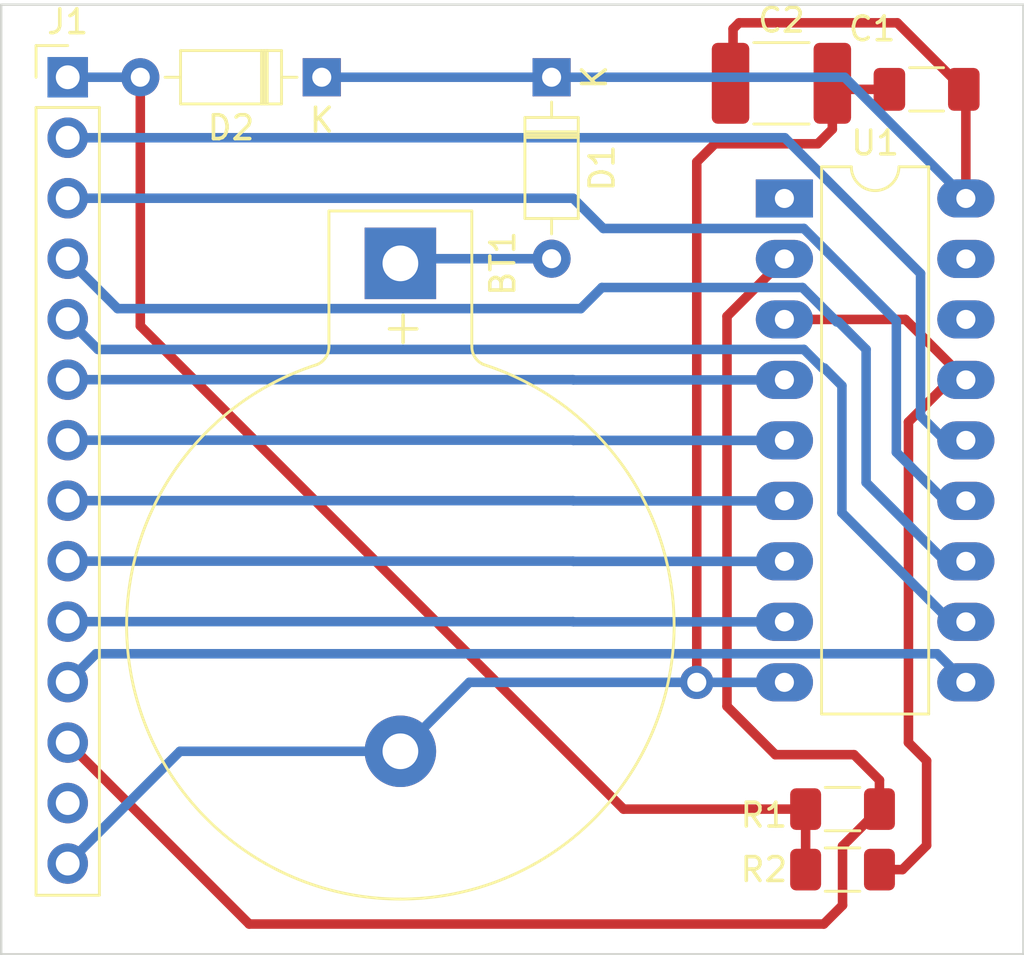
<source format=kicad_pcb>
(kicad_pcb (version 20221018) (generator pcbnew)
  (layers (0 "F.Cu" signal) (31 "B.Cu" signal) (34 "B.Paste" user) (35 "F.Paste" user) (36 "B.SilkS" user "B.Silkscreen") (37 "F.SilkS" user "F.Silkscreen") (38 "B.Mask" user) (39 "F.Mask" user) (44 "Edge.Cuts" user))
  (net 0 "")
  (net 1 "Net-(BT1-+)")
  (net 2 "GND")
  (net 3 "+5V")
  (net 4 "XD0")
  (net 5 "XD1")
  (net 6 "XD2")
  (net 7 "XD3")
  (net 8 "XA2")
  (net 9 "XA3")
  (net 10 "XA4")
  (net 11 "XA5")
  (net 12 "_XCLKRD")
  (net 13 "_XCLKWR")
  (net 14 "_XCLKCS")
  (net 16 "Net-(U1-ALE)")
  (net 20 "Net-(D1-K)")
  (footprint "Resistor_SMD:R_1206_3216Metric_Pad1.30x1.75mm_HandSolder" (layer "F.Cu") (at 120.422 85.852)
    (fp_text reference "R2" (at -3.302 0) (layer "F.SilkS"))
    (fp_text value "10k")
    (fp_line (start -0.727064 -0.91) (end 0.727064 -0.91) (stroke (width 0.12)) (layer "F.SilkS"))
    (fp_line (start -0.727064 0.91) (end 0.727064 0.91) (stroke (width 0.12)) (layer "F.SilkS"))
    (pad "1" smd roundrect (at -1.55 0) (size 1.3 1.75) (layers "F.Cu" "F.Paste" "F.Mask") (roundrect_rratio 0.1923076923) (net 3 "+5V"))
    (pad "2" smd roundrect (at 1.55 0) (size 1.3 1.75) (layers "F.Cu" "F.Paste" "F.Mask") (roundrect_rratio 0.1923076923) (net 16 "Net-(U1-ALE)"))
  )
  (footprint "Battery:BatteryHolder_Keystone_103_1x20mm" (layer "F.Cu") (at 101.854001 60.394 -90)
    (fp_text reference "BT1" (at 0 -4.3 90) (layer "F.SilkS"))
    (fp_text value "CR2032")
    (fp_text user "+" (at 2.75 0 90) (layer "F.SilkS") (effects (font (size 1.5 1.5))))
    (fp_line (start -2.2 -3) (end 3.5 -3) (stroke (width 0.12)) (layer "F.SilkS"))
    (fp_line (start -2.2 3) (end -2.2 -3) (stroke (width 0.12)) (layer "F.SilkS"))
    (fp_line (start -2.2 3) (end 3.5 3) (stroke (width 0.12)) (layer "F.SilkS"))
    (fp_arc (start 3.5 3) (mid 3.950694 3.136459) (end 4.25 3.5) (stroke (width 0.12)) (layer "F.SilkS"))
    (fp_arc (start 4.25 -3.5) (mid 3.950694 -3.136459) (end 3.5 -3) (stroke (width 0.12)) (layer "F.SilkS"))
    (fp_arc (start 4.25 -3.5) (mid 16.971103 -11.358466) (end 26.695671 0) (stroke (width 0.12)) (layer "F.SilkS"))
    (fp_arc (start 26.695671 0) (mid 16.971103 11.358466) (end 4.25 3.5) (stroke (width 0.12)) (layer "F.SilkS"))
    (pad "1" thru_hole rect (at 0 0 270) (size 3 3) (drill 1.5) (layers "*.Cu" "*.Mask") (net 1 "Net-(BT1-+)"))
    (pad "2" thru_hole circle (at 20.49 0 270) (size 3 3) (drill 1.5) (layers "*.Cu" "*.Mask") (net 2 "GND"))
  )
  (footprint "Resistor_SMD:R_1206_3216Metric_Pad1.30x1.75mm_HandSolder" (layer "F.Cu") (at 120.422 83.312)
    (fp_text reference "R1" (at -3.302 0.254) (layer "F.SilkS"))
    (fp_text value "10k")
    (fp_line (start -0.727064 -0.91) (end 0.727064 -0.91) (stroke (width 0.12)) (layer "F.SilkS"))
    (fp_line (start -0.727064 0.91) (end 0.727064 0.91) (stroke (width 0.12)) (layer "F.SilkS"))
    (pad "1" smd roundrect (at -1.55 0) (size 1.3 1.75) (layers "F.Cu" "F.Paste" "F.Mask") (roundrect_rratio 0.1923076923) (net 3 "+5V"))
    (pad "2" smd roundrect (at 1.55 0) (size 1.3 1.75) (layers "F.Cu" "F.Paste" "F.Mask") (roundrect_rratio 0.1923076923) (net 14 "_XCLKCS"))
  )
  (footprint "Capacitor_SMD:C_1206_3216Metric_Pad1.33x1.80mm_HandSolder" (layer "F.Cu") (at 123.952 53.086 180)
    (fp_text reference "C1" (at 2.286 2.54) (layer "F.SilkS"))
    (fp_text value "100n")
    (fp_line (start -0.711252 -0.91) (end 0.711252 -0.91) (stroke (width 0.12)) (layer "F.SilkS"))
    (fp_line (start -0.711252 0.91) (end 0.711252 0.91) (stroke (width 0.12)) (layer "F.SilkS"))
    (pad "1" smd roundrect (at -1.5625 0 180) (size 1.325 1.8) (layers "F.Cu" "F.Paste" "F.Mask") (roundrect_rratio 0.1886792453) (net 20 "Net-(D1-K)"))
    (pad "2" smd roundrect (at 1.5625 0 180) (size 1.325 1.8) (layers "F.Cu" "F.Paste" "F.Mask") (roundrect_rratio 0.1886792453) (net 2 "GND"))
  )
  (footprint "Diode_THT:D_DO-35_SOD27_P7.62mm_Horizontal" (layer "F.Cu") (at 98.552 52.578 180)
    (fp_text reference "D2" (at 3.81 -2.12) (layer "F.SilkS"))
    (fp_text value "D_Schottky ex. BAT43")
    (fp_text user "K" (at 0 -1.8) (layer "F.SilkS"))
    (fp_line (start 1.04 0) (end 1.69 0) (stroke (width 0.12)) (layer "F.SilkS"))
    (fp_line (start 1.69 -1.12) (end 1.69 1.12) (stroke (width 0.12)) (layer "F.SilkS"))
    (fp_line (start 1.69 1.12) (end 5.93 1.12) (stroke (width 0.12)) (layer "F.SilkS"))
    (fp_line (start 2.29 -1.12) (end 2.29 1.12) (stroke (width 0.12)) (layer "F.SilkS"))
    (fp_line (start 2.41 -1.12) (end 2.41 1.12) (stroke (width 0.12)) (layer "F.SilkS"))
    (fp_line (start 2.53 -1.12) (end 2.53 1.12) (stroke (width 0.12)) (layer "F.SilkS"))
    (fp_line (start 5.93 -1.12) (end 1.69 -1.12) (stroke (width 0.12)) (layer "F.SilkS"))
    (fp_line (start 5.93 1.12) (end 5.93 -1.12) (stroke (width 0.12)) (layer "F.SilkS"))
    (fp_line (start 6.58 0) (end 5.93 0) (stroke (width 0.12)) (layer "F.SilkS"))
    (pad "1" thru_hole rect (at 0 0 180) (size 1.6 1.6) (drill 0.8) (layers "*.Cu" "*.Mask") (net 20 "Net-(D1-K)"))
    (pad "2" thru_hole oval (at 7.62 0 180) (size 1.6 1.6) (drill 0.8) (layers "*.Cu" "*.Mask") (net 3 "+5V"))
  )
  (footprint "Capacitor_SMD:C_1812_4532Metric_Pad1.57x3.40mm_HandSolder" (layer "F.Cu") (at 117.856 52.832)
    (fp_text reference "C2" (at 0 -2.65) (layer "F.SilkS"))
    (fp_text value "10u ceramic or none")
    (fp_line (start -1.161252 -1.71) (end 1.161252 -1.71) (stroke (width 0.12)) (layer "F.SilkS"))
    (fp_line (start -1.161252 1.71) (end 1.161252 1.71) (stroke (width 0.12)) (layer "F.SilkS"))
    (pad "1" smd roundrect (at -2.1375 0) (size 1.575 3.4) (layers "F.Cu" "F.Paste" "F.Mask") (roundrect_rratio 0.15873) (net 20 "Net-(D1-K)"))
    (pad "2" smd roundrect (at 2.1375 0) (size 1.575 3.4) (layers "F.Cu" "F.Paste" "F.Mask") (roundrect_rratio 0.15873) (net 2 "GND"))
  )
  (footprint "Connector_PinHeader_2.54mm:PinHeader_1x14_P2.54mm_Vertical" (layer "F.Cu") (at 87.884 52.578)
    (fp_text reference "J1" (at 0 -2.33) (layer "F.SilkS"))
    (fp_text value "Conn_01x14" hide)
    (fp_line (start -1.33 -1.33) (end 0 -1.33) (stroke (width 0.12)) (layer "F.SilkS"))
    (fp_line (start -1.33 0) (end -1.33 -1.33) (stroke (width 0.12)) (layer "F.SilkS"))
    (fp_line (start -1.33 1.27) (end -1.33 34.35) (stroke (width 0.12)) (layer "F.SilkS"))
    (fp_line (start -1.33 1.27) (end 1.33 1.27) (stroke (width 0.12)) (layer "F.SilkS"))
    (fp_line (start -1.33 34.35) (end 1.33 34.35) (stroke (width 0.12)) (layer "F.SilkS"))
    (fp_line (start 1.33 1.27) (end 1.33 34.35) (stroke (width 0.12)) (layer "F.SilkS"))
    (pad "1" thru_hole rect (at 0 0) (size 1.7 1.7) (drill 1) (layers "*.Cu" "*.Mask") (net 3 "+5V"))
    (pad "2" thru_hole oval (at 0 2.54) (size 1.7 1.7) (drill 1) (layers "*.Cu" "*.Mask") (net 4 "XD0"))
    (pad "3" thru_hole oval (at 0 5.08) (size 1.7 1.7) (drill 1) (layers "*.Cu" "*.Mask") (net 5 "XD1"))
    (pad "4" thru_hole oval (at 0 7.62) (size 1.7 1.7) (drill 1) (layers "*.Cu" "*.Mask") (net 6 "XD2"))
    (pad "5" thru_hole oval (at 0 10.16) (size 1.7 1.7) (drill 1) (layers "*.Cu" "*.Mask") (net 7 "XD3"))
    (pad "6" thru_hole oval (at 0 12.7) (size 1.7 1.7) (drill 1) (layers "*.Cu" "*.Mask") (net 8 "XA2"))
    (pad "7" thru_hole oval (at 0 15.24) (size 1.7 1.7) (drill 1) (layers "*.Cu" "*.Mask") (net 9 "XA3"))
    (pad "8" thru_hole oval (at 0 17.78) (size 1.7 1.7) (drill 1) (layers "*.Cu" "*.Mask") (net 10 "XA4"))
    (pad "9" thru_hole oval (at 0 20.32) (size 1.7 1.7) (drill 1) (layers "*.Cu" "*.Mask") (net 11 "XA5"))
    (pad "10" thru_hole oval (at 0 22.86) (size 1.7 1.7) (drill 1) (layers "*.Cu" "*.Mask") (net 12 "_XCLKRD"))
    (pad "11" thru_hole oval (at 0 25.4) (size 1.7 1.7) (drill 1) (layers "*.Cu" "*.Mask") (net 13 "_XCLKWR"))
    (pad "12" thru_hole oval (at 0 27.94) (size 1.7 1.7) (drill 1) (layers "*.Cu" "*.Mask") (net 14 "_XCLKCS"))
    (pad "13" thru_hole oval (at 0 30.48) (size 1.7 1.7) (drill 1) (layers "*.Cu" "*.Mask"))
    (pad "14" thru_hole oval (at 0 33.02) (size 1.7 1.7) (drill 1) (layers "*.Cu" "*.Mask") (net 2 "GND"))
  )
  (footprint "Package_DIP:DIP-18_W7.62mm_LongPads" (layer "F.Cu") (at 117.9805 57.668)
    (fp_text reference "U1" (at 3.81 -2.33) (layer "F.SilkS"))
    (fp_text value "RTC62421A")
    (fp_line (start 1.56 -1.33) (end 1.56 21.65) (stroke (width 0.12)) (layer "F.SilkS"))
    (fp_line (start 1.56 21.65) (end 6.06 21.65) (stroke (width 0.12)) (layer "F.SilkS"))
    (fp_line (start 2.81 -1.33) (end 1.56 -1.33) (stroke (width 0.12)) (layer "F.SilkS"))
    (fp_line (start 6.06 -1.33) (end 4.81 -1.33) (stroke (width 0.12)) (layer "F.SilkS"))
    (fp_line (start 6.06 21.65) (end 6.06 -1.33) (stroke (width 0.12)) (layer "F.SilkS"))
    (fp_arc (start 4.81 -1.33) (mid 3.81 -0.33) (end 2.81 -1.33) (stroke (width 0.12)) (layer "F.SilkS"))
    (pad "1" thru_hole rect (at 0 0) (size 2.4 1.6) (drill 0.8) (layers "*.Cu" "*.Mask"))
    (pad "2" thru_hole oval (at 0 2.54) (size 2.4 1.6) (drill 0.8) (layers "*.Cu" "*.Mask") (net 14 "_XCLKCS"))
    (pad "3" thru_hole oval (at 0 5.08) (size 2.4 1.6) (drill 0.8) (layers "*.Cu" "*.Mask") (net 16 "Net-(U1-ALE)"))
    (pad "4" thru_hole oval (at 0 7.62) (size 2.4 1.6) (drill 0.8) (layers "*.Cu" "*.Mask") (net 8 "XA2"))
    (pad "5" thru_hole oval (at 0 10.16) (size 2.4 1.6) (drill 0.8) (layers "*.Cu" "*.Mask") (net 9 "XA3"))
    (pad "6" thru_hole oval (at 0 12.7) (size 2.4 1.6) (drill 0.8) (layers "*.Cu" "*.Mask") (net 10 "XA4"))
    (pad "7" thru_hole oval (at 0 15.24) (size 2.4 1.6) (drill 0.8) (layers "*.Cu" "*.Mask") (net 11 "XA5"))
    (pad "8" thru_hole oval (at 0 17.78) (size 2.4 1.6) (drill 0.8) (layers "*.Cu" "*.Mask") (net 12 "_XCLKRD"))
    (pad "9" thru_hole oval (at 0 20.32) (size 2.4 1.6) (drill 0.8) (layers "*.Cu" "*.Mask") (net 2 "GND"))
    (pad "10" thru_hole oval (at 7.62 20.32) (size 2.4 1.6) (drill 0.8) (layers "*.Cu" "*.Mask") (net 13 "_XCLKWR"))
    (pad "11" thru_hole oval (at 7.62 17.78) (size 2.4 1.6) (drill 0.8) (layers "*.Cu" "*.Mask") (net 7 "XD3"))
    (pad "12" thru_hole oval (at 7.62 15.24) (size 2.4 1.6) (drill 0.8) (layers "*.Cu" "*.Mask") (net 6 "XD2"))
    (pad "13" thru_hole oval (at 7.62 12.7) (size 2.4 1.6) (drill 0.8) (layers "*.Cu" "*.Mask") (net 5 "XD1"))
    (pad "14" thru_hole oval (at 7.62 10.16) (size 2.4 1.6) (drill 0.8) (layers "*.Cu" "*.Mask") (net 4 "XD0"))
    (pad "15" thru_hole oval (at 7.62 7.62) (size 2.4 1.6) (drill 0.8) (layers "*.Cu" "*.Mask") (net 16 "Net-(U1-ALE)"))
    (pad "16" thru_hole oval (at 7.62 5.08) (size 2.4 1.6) (drill 0.8) (layers "*.Cu" "*.Mask"))
    (pad "17" thru_hole oval (at 7.62 2.54) (size 2.4 1.6) (drill 0.8) (layers "*.Cu" "*.Mask"))
    (pad "18" thru_hole oval (at 7.62 0) (size 2.4 1.6) (drill 0.8) (layers "*.Cu" "*.Mask") (net 20 "Net-(D1-K)"))
  )
  (footprint "Diode_THT:D_DO-35_SOD27_P7.62mm_Horizontal" (layer "F.Cu") (at 108.204 52.578 -90)
    (fp_text reference "D1" (at 3.81 -2.12 90) (layer "F.SilkS"))
    (fp_text value "D_Schottky ex. BAT43")
    (fp_text user "K" (at 0 -1.8 90) (layer "F.SilkS"))
    (fp_line (start 1.04 0) (end 1.69 0) (stroke (width 0.12)) (layer "F.SilkS"))
    (fp_line (start 1.69 -1.12) (end 1.69 1.12) (stroke (width 0.12)) (layer "F.SilkS"))
    (fp_line (start 1.69 1.12) (end 5.93 1.12) (stroke (width 0.12)) (layer "F.SilkS"))
    (fp_line (start 2.29 -1.12) (end 2.29 1.12) (stroke (width 0.12)) (layer "F.SilkS"))
    (fp_line (start 2.41 -1.12) (end 2.41 1.12) (stroke (width 0.12)) (layer "F.SilkS"))
    (fp_line (start 2.53 -1.12) (end 2.53 1.12) (stroke (width 0.12)) (layer "F.SilkS"))
    (fp_line (start 5.93 -1.12) (end 1.69 -1.12) (stroke (width 0.12)) (layer "F.SilkS"))
    (fp_line (start 5.93 1.12) (end 5.93 -1.12) (stroke (width 0.12)) (layer "F.SilkS"))
    (fp_line (start 6.58 0) (end 5.93 0) (stroke (width 0.12)) (layer "F.SilkS"))
    (pad "1" thru_hole rect (at 0 0 270) (size 1.6 1.6) (drill 0.8) (layers "*.Cu" "*.Mask") (net 20 "Net-(D1-K)"))
    (pad "2" thru_hole oval (at 7.62 0 270) (size 1.6 1.6) (drill 0.8) (layers "*.Cu" "*.Mask") (net 1 "Net-(BT1-+)"))
  )
  (gr_line (start 85.09 89.408) (end 128.016 89.408) (stroke (width 0.1)) (layer "Edge.Cuts"))
  (gr_line (start 128.016 89.408) (end 128.016 49.53) (stroke (width 0.1)) (layer "Edge.Cuts"))
  (gr_line (start 128.016 49.53) (end 85.09 49.53) (stroke (width 0.1)) (layer "Edge.Cuts"))
  (gr_line (start 85.09 49.53) (end 85.09 89.408) (stroke (width 0.1)) (layer "Edge.Cuts"))
  (segment (start 101.658001 60.198) (end 101.854001 60.394) (width 0.4) (layer "B.Cu") (net 1))
  (segment (start 108.204 60.198) (end 102.050001 60.198) (width 0.4) (layer "B.Cu") (net 1))
  (segment (start 102.050001 60.198) (end 101.854001 60.394) (width 0.4) (layer "B.Cu") (net 1))
  (segment (start 119.91 53.086) (end 119.656 52.832) (width 0.4) (layer "F.Cu") (net 2))
  (segment (start 115.062 55.372) (end 119.38 55.372) (width 0.4) (layer "F.Cu") (net 2))
  (segment (start 114.3 77.988) (end 114.3 56.134) (width 0.4) (layer "F.Cu") (net 2))
  (segment (start 122.3895 53.086) (end 119.91 53.086) (width 0.4) (layer "F.Cu") (net 2))
  (segment (start 114.3 56.134) (end 115.062 55.372) (width 0.4) (layer "F.Cu") (net 2))
  (segment (start 119.9935 54.7585) (end 119.9935 52.832) (width 0.4) (layer "F.Cu") (net 2))
  (segment (start 119.38 55.372) (end 119.9935 54.7585) (width 0.4) (layer "F.Cu") (net 2))
  (via (at 114.3 77.988) (size 1.4) (drill 0.8) (layers "F.Cu" "B.Cu") (net 2))
  (segment (start 92.598 80.884) (end 87.884 85.598) (width 0.4) (layer "B.Cu") (net 2))
  (segment (start 114.3 77.988) (end 104.750001 77.988) (width 0.4) (layer "B.Cu") (net 2))
  (segment (start 104.750001 77.988) (end 101.854001 80.884) (width 0.4) (layer "B.Cu") (net 2))
  (segment (start 101.854001 80.884) (end 92.598 80.884) (width 0.4) (layer "B.Cu") (net 2))
  (segment (start 117.9805 77.988) (end 114.3 77.988) (width 0.4) (layer "B.Cu") (net 2))
  (segment (start 118.872 83.312) (end 118.872 85.852) (width 0.4) (layer "F.Cu") (net 3))
  (segment (start 111.226 83.312) (end 90.932 63.018) (width 0.4) (layer "F.Cu") (net 3))
  (segment (start 90.932 63.018) (end 90.932 52.578) (width 0.4) (layer "F.Cu") (net 3))
  (segment (start 118.872 83.312) (end 111.226 83.312) (width 0.4) (layer "F.Cu") (net 3))
  (segment (start 87.884 52.578) (end 90.932 52.578) (width 0.4) (layer "B.Cu") (net 3))
  (segment (start 124.724 67.828) (end 125.6005 67.828) (width 0.4) (layer "B.Cu") (net 4))
  (segment (start 87.884 55.118) (end 117.9955 55.118) (width 0.4) (layer "B.Cu") (net 4))
  (segment (start 117.9955 55.118) (end 123.698 60.8205) (width 0.4) (layer "B.Cu") (net 4))
  (segment (start 123.698 66.802) (end 124.724 67.828) (width 0.4) (layer "B.Cu") (net 4))
  (segment (start 123.698 60.8205) (end 123.698 66.802) (width 0.4) (layer "B.Cu") (net 4))
  (segment (start 122.682 68.326) (end 124.724 70.368) (width 0.4) (layer "B.Cu") (net 5))
  (segment (start 109.1055 57.658) (end 110.3755 58.928) (width 0.4) (layer "B.Cu") (net 5))
  (segment (start 118.797556 58.928) (end 122.682 62.812444) (width 0.4) (layer "B.Cu") (net 5))
  (segment (start 122.682 62.812444) (end 122.682 68.326) (width 0.4) (layer "B.Cu") (net 5))
  (segment (start 110.3755 58.928) (end 118.797556 58.928) (width 0.4) (layer "B.Cu") (net 5))
  (segment (start 87.884 57.658) (end 109.1055 57.658) (width 0.4) (layer "B.Cu") (net 5))
  (segment (start 124.724 70.368) (end 125.6005 70.368) (width 0.4) (layer "B.Cu") (net 5))
  (segment (start 118.737556 61.408) (end 120.1805 62.850944) (width 0.4) (layer "B.Cu") (net 6))
  (segment (start 120.1805 62.850944) (end 120.254944 62.850944) (width 0.4) (layer "B.Cu") (net 6))
  (segment (start 121.412 64.008) (end 121.412 69.596) (width 0.4) (layer "B.Cu") (net 6))
  (segment (start 120.254944 62.850944) (end 121.412 64.008) (width 0.4) (layer "B.Cu") (net 6))
  (segment (start 124.724 72.908) (end 125.6005 72.908) (width 0.4) (layer "B.Cu") (net 6))
  (segment (start 110.3155 61.408) (end 118.737556 61.408) (width 0.4) (layer "B.Cu") (net 6))
  (segment (start 121.412 69.596) (end 124.724 72.908) (width 0.4) (layer "B.Cu") (net 6))
  (segment (start 89.98 62.294) (end 109.4295 62.294) (width 0.4) (layer "B.Cu") (net 6))
  (segment (start 109.4295 62.294) (end 110.3155 61.408) (width 0.4) (layer "B.Cu") (net 6))
  (segment (start 87.884 60.198) (end 89.98 62.294) (width 0.4) (layer "B.Cu") (net 6))
  (segment (start 118.797556 64.008) (end 119.5805 64.790944) (width 0.4) (layer "B.Cu") (net 7))
  (segment (start 120.396 65.532) (end 120.396 70.866) (width 0.4) (layer "B.Cu") (net 7))
  (segment (start 89.154 64.008) (end 118.797556 64.008) (width 0.4) (layer "B.Cu") (net 7))
  (segment (start 119.654944 64.790944) (end 120.396 65.532) (width 0.4) (layer "B.Cu") (net 7))
  (segment (start 119.5805 64.790944) (end 119.654944 64.790944) (width 0.4) (layer "B.Cu") (net 7))
  (segment (start 124.978 75.448) (end 125.6005 75.448) (width 0.4) (layer "B.Cu") (net 7))
  (segment (start 120.396 70.866) (end 124.978 75.448) (width 0.4) (layer "B.Cu") (net 7))
  (segment (start 87.884 62.738) (end 89.154 64.008) (width 0.4) (layer "B.Cu") (net 7))
  (segment (start 87.894 65.288) (end 87.884 65.278) (width 0.4) (layer "B.Cu") (net 8))
  (segment (start 109.1055 65.278) (end 87.884 65.278) (width 0.4) (layer "B.Cu") (net 8))
  (segment (start 109.1155 65.288) (end 109.1055 65.278) (width 0.4) (layer "B.Cu") (net 8))
  (segment (start 117.9805 65.288) (end 109.1155 65.288) (width 0.4) (layer "B.Cu") (net 8))
  (segment (start 87.894 67.828) (end 87.884 67.818) (width 0.4) (layer "B.Cu") (net 9))
  (segment (start 117.9805 67.828) (end 109.1155 67.828) (width 0.4) (layer "B.Cu") (net 9))
  (segment (start 109.1055 67.818) (end 87.884 67.818) (width 0.4) (layer "B.Cu") (net 9))
  (segment (start 109.1155 67.828) (end 109.1055 67.818) (width 0.4) (layer "B.Cu") (net 9))
  (segment (start 87.894 70.368) (end 87.884 70.358) (width 0.4) (layer "B.Cu") (net 10))
  (segment (start 109.1055 70.358) (end 87.884 70.358) (width 0.4) (layer "B.Cu") (net 10))
  (segment (start 109.1155 70.368) (end 109.1055 70.358) (width 0.4) (layer "B.Cu") (net 10))
  (segment (start 117.9805 70.368) (end 109.1155 70.368) (width 0.4) (layer "B.Cu") (net 10))
  (segment (start 87.894 72.908) (end 87.884 72.898) (width 0.4) (layer "B.Cu") (net 11))
  (segment (start 117.9805 72.908) (end 109.1155 72.908) (width 0.4) (layer "B.Cu") (net 11))
  (segment (start 109.1055 72.898) (end 87.884 72.898) (width 0.4) (layer "B.Cu") (net 11))
  (segment (start 109.1155 72.908) (end 109.1055 72.898) (width 0.4) (layer "B.Cu") (net 11))
  (segment (start 117.9805 75.448) (end 109.1155 75.448) (width 0.4) (layer "B.Cu") (net 12))
  (segment (start 109.1155 75.448) (end 109.1055 75.438) (width 0.4) (layer "B.Cu") (net 12))
  (segment (start 87.894 75.448) (end 87.884 75.438) (width 0.4) (layer "B.Cu") (net 12))
  (segment (start 109.1055 75.438) (end 87.884 75.438) (width 0.4) (layer "B.Cu") (net 12))
  (segment (start 89.074 76.788) (end 87.884 77.978) (width 0.4) (layer "B.Cu") (net 13))
  (segment (start 124.4005 76.788) (end 89.074 76.788) (width 0.4) (layer "B.Cu") (net 13))
  (segment (start 125.6005 77.988) (end 124.4005 76.788) (width 0.4) (layer "B.Cu") (net 13))
  (segment (start 117.602 81.026) (end 115.57 78.994) (width 0.4) (layer "F.Cu") (net 14))
  (segment (start 87.884 80.518) (end 95.504 88.138) (width 0.4) (layer "F.Cu") (net 14))
  (segment (start 120.904 81.026) (end 117.602 81.026) (width 0.4) (layer "F.Cu") (net 14))
  (segment (start 120.422 87.35) (end 120.422 84.862) (width 0.4) (layer "F.Cu") (net 14))
  (segment (start 95.504 88.138) (end 119.634 88.138) (width 0.4) (layer "F.Cu") (net 14))
  (segment (start 121.972 82.094) (end 120.904 81.026) (width 0.4) (layer "F.Cu") (net 14))
  (segment (start 115.57 62.6185) (end 117.9805 60.208) (width 0.4) (layer "F.Cu") (net 14))
  (segment (start 121.972 83.312) (end 121.972 82.094) (width 0.4) (layer "F.Cu") (net 14))
  (segment (start 119.634 88.138) (end 120.422 87.35) (width 0.4) (layer "F.Cu") (net 14))
  (segment (start 115.57 78.994) (end 115.57 62.6185) (width 0.4) (layer "F.Cu") (net 14))
  (segment (start 120.422 84.862) (end 121.972 83.312) (width 0.4) (layer "F.Cu") (net 14))
  (segment (start 122.936 85.852) (end 123.952 84.836) (width 0.4) (layer "F.Cu") (net 16))
  (segment (start 123.952 81.28) (end 123.19 80.518) (width 0.4) (layer "F.Cu") (net 16))
  (segment (start 117.9805 62.748) (end 123.0605 62.748) (width 0.4) (layer "F.Cu") (net 16))
  (segment (start 123.952 84.836) (end 123.952 81.28) (width 0.4) (layer "F.Cu") (net 16))
  (segment (start 123.19 80.518) (end 123.19 67.056) (width 0.4) (layer "F.Cu") (net 16))
  (segment (start 121.972 85.852) (end 122.936 85.852) (width 0.4) (layer "F.Cu") (net 16))
  (segment (start 123.0605 62.748) (end 125.6005 65.288) (width 0.4) (layer "F.Cu") (net 16))
  (segment (start 124.958 65.288) (end 125.6005 65.288) (width 0.4) (layer "F.Cu") (net 16))
  (segment (start 123.19 67.056) (end 124.958 65.288) (width 0.4) (layer "F.Cu") (net 16))
  (segment (start 115.824 52.7265) (end 115.7185 52.832) (width 0.4) (layer "F.Cu") (net 20))
  (segment (start 122.7205 50.292) (end 116.078 50.292) (width 0.4) (layer "F.Cu") (net 20))
  (segment (start 115.824 50.546) (end 115.824 52.7265) (width 0.4) (layer "F.Cu") (net 20))
  (segment (start 125.6005 53.172) (end 125.6005 57.668) (width 0.4) (layer "F.Cu") (net 20))
  (segment (start 125.5145 53.086) (end 125.6005 53.172) (width 0.4) (layer "F.Cu") (net 20))
  (segment (start 116.078 50.292) (end 115.824 50.546) (width 0.4) (layer "F.Cu") (net 20))
  (segment (start 125.5145 53.086) (end 122.7205 50.292) (width 0.4) (layer "F.Cu") (net 20))
  (segment (start 98.552 52.578) (end 120.5105 52.578) (width 0.4) (layer "B.Cu") (net 20))
  (segment (start 120.5105 52.578) (end 125.6005 57.668) (width 0.4) (layer "B.Cu") (net 20))
)
</source>
